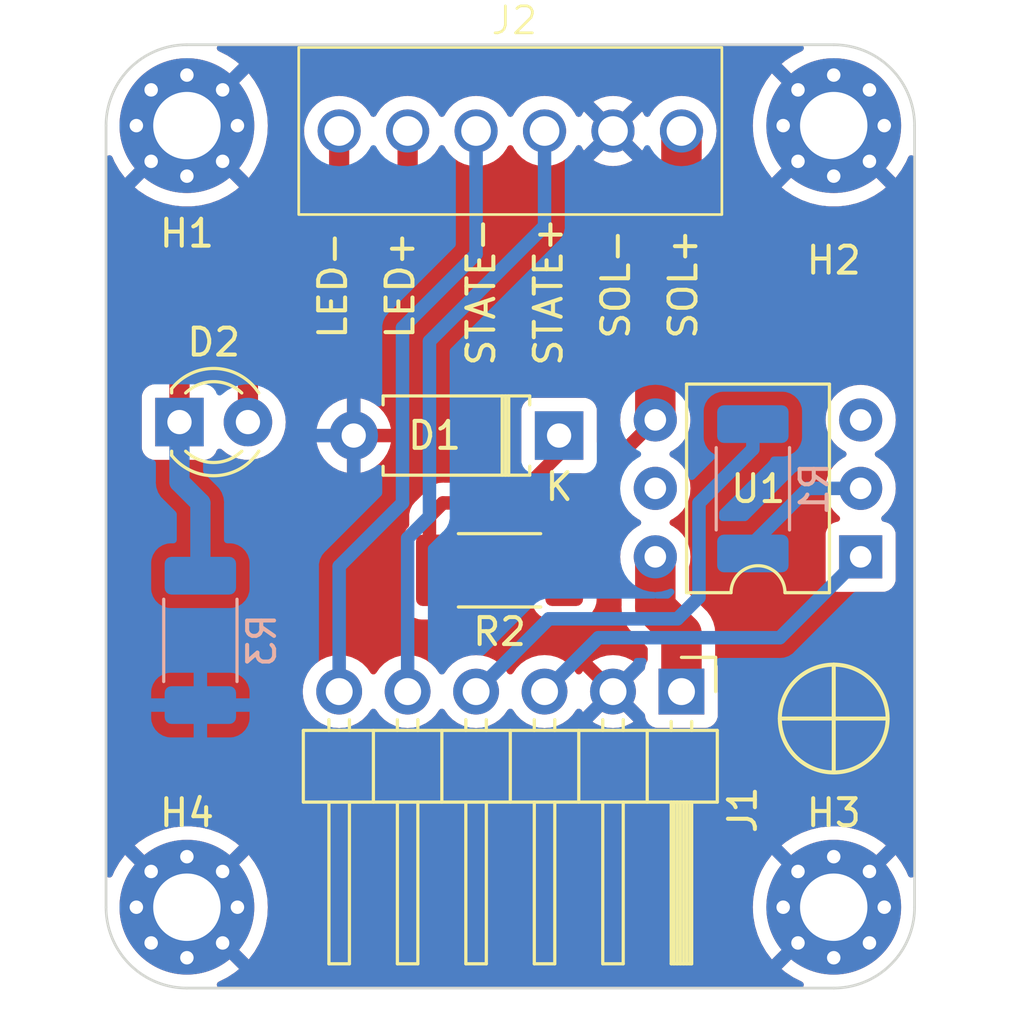
<source format=kicad_pcb>
(kicad_pcb (version 20221018) (generator pcbnew)
  (layers (0 "F.Cu" signal) (31 "B.Cu" signal) (34 "B.Paste" user) (35 "F.Paste" user) (36 "B.SilkS" user "B.Silkscreen") (37 "F.SilkS" user "F.Silkscreen") (38 "B.Mask" user) (39 "F.Mask" user) (44 "Edge.Cuts" user))
  (net 0 "")
  (net 1 "Net-(D1-K)")
  (net 2 "statusLED-")
  (net 3 "statusLED+")
  (net 4 "24VDC_HOT")
  (net 5 "24VDC_GND")
  (net 6 "solenoidSignal")
  (net 7 "solenoidStateReturn")
  (net 8 "solenoidState_BUS")
  (net 9 "solenoid+")
  (net 10 "Net-(R1-Pad1)")
  (net 11 "arduino_GND")
  (footprint "customFootprints:phoenixContact_MPT_05_254-6way" (layer "F.Cu") (at 7.15 0.1)
    (fp_text reference "J2" (at 8 -1 unlocked) (layer "F.SilkS") (effects (font (thickness 0.1))))
    (fp_text value "Conn_01x06")
    (fp_rect (start 0 0) (end 15.7 6.2) (stroke (width 0.1)) (fill none) (layer "F.SilkS"))
    (pad "1" thru_hole circle (at 1.5 3.1) (size 1.6 1.6) (drill 1.1) (layers "*.Cu" "*.Mask") (net 2 "statusLED-"))
    (pad "2" thru_hole circle (at 4.04 3.1) (size 1.6 1.6) (drill 1.1) (layers "*.Cu" "*.Mask") (net 3 "statusLED+"))
    (pad "3" thru_hole circle (at 6.58 3.1) (size 1.6 1.6) (drill 1.1) (layers "*.Cu" "*.Mask") (net 7 "solenoidStateReturn"))
    (pad "4" thru_hole circle (at 9.12 3.1) (size 1.6 1.6) (drill 1.1) (layers "*.Cu" "*.Mask") (net 8 "solenoidState_BUS"))
    (pad "5" thru_hole circle (at 11.66 3.1) (size 1.6 1.6) (drill 1.1) (layers "*.Cu" "*.Mask") (net 5 "24VDC_GND"))
    (pad "6" thru_hole circle (at 14.2 3.1) (size 1.6 1.6) (drill 1.1) (layers "*.Cu" "*.Mask") (net 9 "solenoid+"))
  )
  (footprint "Connector_PinHeader_2.54mm:PinHeader_1x06_P2.54mm_Horizontal" (layer "F.Cu") (at 21.35 24 -90)
    (fp_text reference "J1" (at 4.385 -2.27 90) (layer "F.SilkS"))
    (fp_text value "Conn_01x06")
    (fp_line (start -1.27 -1.27) (end 0 -1.27) (stroke (width 0.12)) (layer "F.SilkS"))
    (fp_line (start -1.27 0) (end -1.27 -1.27) (stroke (width 0.12)) (layer "F.SilkS"))
    (fp_line (start 1.042929 2.16) (end 1.44 2.16) (stroke (width 0.12)) (layer "F.SilkS"))
    (fp_line (start 1.042929 2.92) (end 1.44 2.92) (stroke (width 0.12)) (layer "F.SilkS"))
    (fp_line (start 1.042929 4.7) (end 1.44 4.7) (stroke (width 0.12)) (layer "F.SilkS"))
    (fp_line (start 1.042929 5.46) (end 1.44 5.46) (stroke (width 0.12)) (layer "F.SilkS"))
    (fp_line (start 1.042929 7.24) (end 1.44 7.24) (stroke (width 0.12)) (layer "F.SilkS"))
    (fp_line (start 1.042929 8) (end 1.44 8) (stroke (width 0.12)) (layer "F.SilkS"))
    (fp_line (start 1.042929 9.78) (end 1.44 9.78) (stroke (width 0.12)) (layer "F.SilkS"))
    (fp_line (start 1.042929 10.54) (end 1.44 10.54) (stroke (width 0.12)) (layer "F.SilkS"))
    (fp_line (start 1.042929 12.32) (end 1.44 12.32) (stroke (width 0.12)) (layer "F.SilkS"))
    (fp_line (start 1.042929 13.08) (end 1.44 13.08) (stroke (width 0.12)) (layer "F.SilkS"))
    (fp_line (start 1.11 -0.38) (end 1.44 -0.38) (stroke (width 0.12)) (layer "F.SilkS"))
    (fp_line (start 1.11 0.38) (end 1.44 0.38) (stroke (width 0.12)) (layer "F.SilkS"))
    (fp_line (start 1.44 -1.33) (end 1.44 14.03) (stroke (width 0.12)) (layer "F.SilkS"))
    (fp_line (start 1.44 1.27) (end 4.1 1.27) (stroke (width 0.12)) (layer "F.SilkS"))
    (fp_line (start 1.44 3.81) (end 4.1 3.81) (stroke (width 0.12)) (layer "F.SilkS"))
    (fp_line (start 1.44 6.35) (end 4.1 6.35) (stroke (width 0.12)) (layer "F.SilkS"))
    (fp_line (start 1.44 8.89) (end 4.1 8.89) (stroke (width 0.12)) (layer "F.SilkS"))
    (fp_line (start 1.44 11.43) (end 4.1 11.43) (stroke (width 0.12)) (layer "F.SilkS"))
    (fp_line (start 1.44 14.03) (end 4.1 14.03) (stroke (width 0.12)) (layer "F.SilkS"))
    (fp_line (start 4.1 -1.33) (end 1.44 -1.33) (stroke (width 0.12)) (layer "F.SilkS"))
    (fp_line (start 4.1 -0.38) (end 10.1 -0.38) (stroke (width 0.12)) (layer "F.SilkS"))
    (fp_line (start 4.1 -0.32) (end 10.1 -0.32) (stroke (width 0.12)) (layer "F.SilkS"))
    (fp_line (start 4.1 -0.2) (end 10.1 -0.2) (stroke (width 0.12)) (layer "F.SilkS"))
    (fp_line (start 4.1 -0.08) (end 10.1 -0.08) (stroke (width 0.12)) (layer "F.SilkS"))
    (fp_line (start 4.1 0.04) (end 10.1 0.04) (stroke (width 0.12)) (layer "F.SilkS"))
    (fp_line (start 4.1 0.16) (end 10.1 0.16) (stroke (width 0.12)) (layer "F.SilkS"))
    (fp_line (start 4.1 0.28) (end 10.1 0.28) (stroke (width 0.12)) (layer "F.SilkS"))
    (fp_line (start 4.1 2.16) (end 10.1 2.16) (stroke (width 0.12)) (layer "F.SilkS"))
    (fp_line (start 4.1 4.7) (end 10.1 4.7) (stroke (width 0.12)) (layer "F.SilkS"))
    (fp_line (start 4.1 7.24) (end 10.1 7.24) (stroke (width 0.12)) (layer "F.SilkS"))
    (fp_line (start 4.1 9.78) (end 10.1 9.78) (stroke (width 0.12)) (layer "F.SilkS"))
    (fp_line (start 4.1 12.32) (end 10.1 12.32) (stroke (width 0.12)) (layer "F.SilkS"))
    (fp_line (start 4.1 14.03) (end 4.1 -1.33) (stroke (width 0.12)) (layer "F.SilkS"))
    (fp_line (start 10.1 -0.38) (end 10.1 0.38) (stroke (width 0.12)) (layer "F.SilkS"))
    (fp_line (start 10.1 0.38) (end 4.1 0.38) (stroke (width 0.12)) (layer "F.SilkS"))
    (fp_line (start 10.1 2.16) (end 10.1 2.92) (stroke (width 0.12)) (layer "F.SilkS"))
    (fp_line (start 10.1 2.92) (end 4.1 2.92) (stroke (width 0.12)) (layer "F.SilkS"))
    (fp_line (start 10.1 4.7) (end 10.1 5.46) (stroke (width 0.12)) (layer "F.SilkS"))
    (fp_line (start 10.1 5.46) (end 4.1 5.46) (stroke (width 0.12)) (layer "F.SilkS"))
    (fp_line (start 10.1 7.24) (end 10.1 8) (stroke (width 0.12)) (layer "F.SilkS"))
    (fp_line (start 10.1 8) (end 4.1 8) (stroke (width 0.12)) (layer "F.SilkS"))
    (fp_line (start 10.1 9.78) (end 10.1 10.54) (stroke (width 0.12)) (layer "F.SilkS"))
    (fp_line (start 10.1 10.54) (end 4.1 10.54) (stroke (width 0.12)) (layer "F.SilkS"))
    (fp_line (start 10.1 12.32) (end 10.1 13.08) (stroke (width 0.12)) (layer "F.SilkS"))
    (fp_line (start 10.1 13.08) (end 4.1 13.08) (stroke (width 0.12)) (layer "F.SilkS"))
    (pad "1" thru_hole rect (at 0 0 270) (size 1.7 1.7) (drill 1) (layers "*.Cu" "*.Mask") (net 4 "24VDC_HOT"))
    (pad "2" thru_hole oval (at 0 2.54 270) (size 1.7 1.7) (drill 1) (layers "*.Cu" "*.Mask") (net 5 "24VDC_GND"))
    (pad "3" thru_hole oval (at 0 5.08 270) (size 1.7 1.7) (drill 1) (layers "*.Cu" "*.Mask") (net 6 "solenoidSignal"))
    (pad "4" thru_hole oval (at 0 7.62 270) (size 1.7 1.7) (drill 1) (layers "*.Cu" "*.Mask") (net 11 "arduino_GND"))
    (pad "5" thru_hole oval (at 0 10.16 270) (size 1.7 1.7) (drill 1) (layers "*.Cu" "*.Mask") (net 8 "solenoidState_BUS"))
    (pad "6" thru_hole oval (at 0 12.7 270) (size 1.7 1.7) (drill 1) (layers "*.Cu" "*.Mask") (net 7 "solenoidStateReturn"))
  )
  (footprint "Package_DIP:DIP-6_W7.62mm" (layer "F.Cu") (at 28 19 180)
    (fp_text reference "U1" (at 3.8 2.525) (layer "F.SilkS"))
    (fp_text value "~")
    (fp_line (start 1.16 -1.33) (end 1.16 6.41) (stroke (width 0.12)) (layer "F.SilkS"))
    (fp_line (start 1.16 6.41) (end 6.46 6.41) (stroke (width 0.12)) (layer "F.SilkS"))
    (fp_line (start 2.81 -1.33) (end 1.16 -1.33) (stroke (width 0.12)) (layer "F.SilkS"))
    (fp_line (start 6.46 -1.33) (end 4.81 -1.33) (stroke (width 0.12)) (layer "F.SilkS"))
    (fp_line (start 6.46 6.41) (end 6.46 -1.33) (stroke (width 0.12)) (layer "F.SilkS"))
    (fp_arc (start 4.81 -1.33) (mid 3.81 -0.33) (end 2.81 -1.33) (stroke (width 0.12)) (layer "F.SilkS"))
    (pad "1" thru_hole rect (at 0 0 180) (size 1.6 1.6) (drill 0.8) (layers "*.Cu" "*.Mask") (net 6 "solenoidSignal"))
    (pad "2" thru_hole oval (at 0 2.54 180) (size 1.6 1.6) (drill 0.8) (layers "*.Cu" "*.Mask") (net 10 "Net-(R1-Pad1)"))
    (pad "3" thru_hole oval (at 0 5.08 180) (size 1.6 1.6) (drill 0.8) (layers "*.Cu" "*.Mask"))
    (pad "4" thru_hole oval (at 7.62 5.08 180) (size 1.6 1.6) (drill 0.8) (layers "*.Cu" "*.Mask") (net 9 "solenoid+"))
    (pad "5" thru_hole oval (at 7.62 2.54 180) (size 1.6 1.6) (drill 0.8) (layers "*.Cu" "*.Mask"))
    (pad "6" thru_hole oval (at 7.62 0 180) (size 1.6 1.6) (drill 0.8) (layers "*.Cu" "*.Mask") (net 4 "24VDC_HOT"))
  )
  (footprint "MountingHole:MountingHole_2.5mm_Pad_Via" (layer "F.Cu") (at 27 32)
    (fp_text reference "H3" (at 0 -3.5) (layer "F.SilkS"))
    (fp_text value "MountingHole_Pad")
    (pad "1" thru_hole circle (at -1.875 0) (size 0.8 0.8) (drill 0.5) (layers "*.Cu" "*.Mask") (net 5 "24VDC_GND"))
    (pad "1" thru_hole circle (at -1.325825 -1.325825) (size 0.8 0.8) (drill 0.5) (layers "*.Cu" "*.Mask") (net 5 "24VDC_GND"))
    (pad "1" thru_hole circle (at -1.325825 1.325825) (size 0.8 0.8) (drill 0.5) (layers "*.Cu" "*.Mask") (net 5 "24VDC_GND"))
    (pad "1" thru_hole circle (at 0 -1.875) (size 0.8 0.8) (drill 0.5) (layers "*.Cu" "*.Mask") (net 5 "24VDC_GND"))
    (pad "1" thru_hole circle (at 0 0) (size 5 5) (drill 2.5) (layers "*.Cu" "*.Mask") (net 5 "24VDC_GND"))
    (pad "1" thru_hole circle (at 0 1.875) (size 0.8 0.8) (drill 0.5) (layers "*.Cu" "*.Mask") (net 5 "24VDC_GND"))
    (pad "1" thru_hole circle (at 1.325825 -1.325825) (size 0.8 0.8) (drill 0.5) (layers "*.Cu" "*.Mask") (net 5 "24VDC_GND"))
    (pad "1" thru_hole circle (at 1.325825 1.325825) (size 0.8 0.8) (drill 0.5) (layers "*.Cu" "*.Mask") (net 5 "24VDC_GND"))
    (pad "1" thru_hole circle (at 1.875 0) (size 0.8 0.8) (drill 0.5) (layers "*.Cu" "*.Mask") (net 5 "24VDC_GND"))
  )
  (footprint "MountingHole:MountingHole_2.5mm_Pad_Via" (layer "F.Cu") (at 3 3)
    (fp_text reference "H1" (at 0 4) (layer "F.SilkS"))
    (fp_text value "MountingHole_Pad")
    (pad "1" thru_hole circle (at -1.875 0) (size 0.8 0.8) (drill 0.5) (layers "*.Cu" "*.Mask") (net 5 "24VDC_GND"))
    (pad "1" thru_hole circle (at -1.325825 -1.325825) (size 0.8 0.8) (drill 0.5) (layers "*.Cu" "*.Mask") (net 5 "24VDC_GND"))
    (pad "1" thru_hole circle (at -1.325825 1.325825) (size 0.8 0.8) (drill 0.5) (layers "*.Cu" "*.Mask") (net 5 "24VDC_GND"))
    (pad "1" thru_hole circle (at 0 -1.875) (size 0.8 0.8) (drill 0.5) (layers "*.Cu" "*.Mask") (net 5 "24VDC_GND"))
    (pad "1" thru_hole circle (at 0 0) (size 5 5) (drill 2.5) (layers "*.Cu" "*.Mask") (net 5 "24VDC_GND"))
    (pad "1" thru_hole circle (at 0 1.875) (size 0.8 0.8) (drill 0.5) (layers "*.Cu" "*.Mask") (net 5 "24VDC_GND"))
    (pad "1" thru_hole circle (at 1.325825 -1.325825) (size 0.8 0.8) (drill 0.5) (layers "*.Cu" "*.Mask") (net 5 "24VDC_GND"))
    (pad "1" thru_hole circle (at 1.325825 1.325825) (size 0.8 0.8) (drill 0.5) (layers "*.Cu" "*.Mask") (net 5 "24VDC_GND"))
    (pad "1" thru_hole circle (at 1.875 0) (size 0.8 0.8) (drill 0.5) (layers "*.Cu" "*.Mask") (net 5 "24VDC_GND"))
  )
  (footprint "Resistor_SMD:R_2010_5025Metric_Pad1.40x2.65mm_HandSolder" (layer "F.Cu") (at 14.6 19.5 180)
    (fp_text reference "R2" (at 0 -2.28) (layer "F.SilkS"))
    (fp_text value "R")
    (fp_line (start -1.527064 -1.36) (end 1.527064 -1.36) (stroke (width 0.12)) (layer "F.SilkS"))
    (fp_line (start -1.527064 1.36) (end 1.527064 1.36) (stroke (width 0.12)) (layer "F.SilkS"))
    (pad "1" smd roundrect (at -2.4 0 180) (size 1.4 2.65) (layers "F.Cu" "F.Paste" "F.Mask") (roundrect_rratio 0.1785707143) (net 9 "solenoid+"))
    (pad "2" smd roundrect (at 2.4 0 180) (size 1.4 2.65) (layers "F.Cu" "F.Paste" "F.Mask") (roundrect_rratio 0.1785707143) (net 1 "Net-(D1-K)"))
  )
  (footprint "MountingHole:MountingHole_2.5mm_Pad_Via" (layer "F.Cu") (at 3 32)
    (fp_text reference "H4" (at 0 -3.5) (layer "F.SilkS"))
    (fp_text value "MountingHole_Pad")
    (pad "1" thru_hole circle (at -1.875 0) (size 0.8 0.8) (drill 0.5) (layers "*.Cu" "*.Mask") (net 5 "24VDC_GND"))
    (pad "1" thru_hole circle (at -1.325825 -1.325825) (size 0.8 0.8) (drill 0.5) (layers "*.Cu" "*.Mask") (net 5 "24VDC_GND"))
    (pad "1" thru_hole circle (at -1.325825 1.325825) (size 0.8 0.8) (drill 0.5) (layers "*.Cu" "*.Mask") (net 5 "24VDC_GND"))
    (pad "1" thru_hole circle (at 0 -1.875) (size 0.8 0.8) (drill 0.5) (layers "*.Cu" "*.Mask") (net 5 "24VDC_GND"))
    (pad "1" thru_hole circle (at 0 0) (size 5 5) (drill 2.5) (layers "*.Cu" "*.Mask") (net 5 "24VDC_GND"))
    (pad "1" thru_hole circle (at 0 1.875) (size 0.8 0.8) (drill 0.5) (layers "*.Cu" "*.Mask") (net 5 "24VDC_GND"))
    (pad "1" thru_hole circle (at 1.325825 -1.325825) (size 0.8 0.8) (drill 0.5) (layers "*.Cu" "*.Mask") (net 5 "24VDC_GND"))
    (pad "1" thru_hole circle (at 1.325825 1.325825) (size 0.8 0.8) (drill 0.5) (layers "*.Cu" "*.Mask") (net 5 "24VDC_GND"))
    (pad "1" thru_hole circle (at 1.875 0) (size 0.8 0.8) (drill 0.5) (layers "*.Cu" "*.Mask") (net 5 "24VDC_GND"))
  )
  (footprint "MountingHole:MountingHole_2.5mm_Pad_Via" (layer "F.Cu") (at 27 3)
    (fp_text reference "H2" (at 0 5) (layer "F.SilkS"))
    (fp_text value "MountingHole_Pad")
    (pad "1" thru_hole circle (at -1.875 0) (size 0.8 0.8) (drill 0.5) (layers "*.Cu" "*.Mask") (net 5 "24VDC_GND"))
    (pad "1" thru_hole circle (at -1.325825 -1.325825) (size 0.8 0.8) (drill 0.5) (layers "*.Cu" "*.Mask") (net 5 "24VDC_GND"))
    (pad "1" thru_hole circle (at -1.325825 1.325825) (size 0.8 0.8) (drill 0.5) (layers "*.Cu" "*.Mask") (net 5 "24VDC_GND"))
    (pad "1" thru_hole circle (at 0 -1.875) (size 0.8 0.8) (drill 0.5) (layers "*.Cu" "*.Mask") (net 5 "24VDC_GND"))
    (pad "1" thru_hole circle (at 0 0) (size 5 5) (drill 2.5) (layers "*.Cu" "*.Mask") (net 5 "24VDC_GND"))
    (pad "1" thru_hole circle (at 0 1.875) (size 0.8 0.8) (drill 0.5) (layers "*.Cu" "*.Mask") (net 5 "24VDC_GND"))
    (pad "1" thru_hole circle (at 1.325825 -1.325825) (size 0.8 0.8) (drill 0.5) (layers "*.Cu" "*.Mask") (net 5 "24VDC_GND"))
    (pad "1" thru_hole circle (at 1.325825 1.325825) (size 0.8 0.8) (drill 0.5) (layers "*.Cu" "*.Mask") (net 5 "24VDC_GND"))
    (pad "1" thru_hole circle (at 1.875 0) (size 0.8 0.8) (drill 0.5) (layers "*.Cu" "*.Mask") (net 5 "24VDC_GND"))
  )
  (footprint "LED_THT:LED_D3.0mm" (layer "F.Cu") (at 2.725 14)
    (fp_text reference "D2" (at 1.27 -2.96) (layer "F.SilkS"))
    (fp_text value "LED")
    (fp_line (start -0.29 -1.236) (end -0.29 -1.08) (stroke (width 0.12)) (layer "F.SilkS"))
    (fp_line (start -0.29 1.08) (end -0.29 1.236) (stroke (width 0.12)) (layer "F.SilkS"))
    (fp_arc (start -0.29 -1.235516) (mid 1.366487 -1.987659) (end 2.942335 -1.078608) (stroke (width 0.12)) (layer "F.SilkS"))
    (fp_arc (start 0.229039 -1.08) (mid 1.270117 -1.5) (end 2.31113 -1.079837) (stroke (width 0.12)) (layer "F.SilkS"))
    (fp_arc (start 2.31113 1.079837) (mid 1.270117 1.5) (end 0.229039 1.08) (stroke (width 0.12)) (layer "F.SilkS"))
    (fp_arc (start 2.942335 1.078608) (mid 1.366487 1.987659) (end -0.29 1.235516) (stroke (width 0.12)) (layer "F.SilkS"))
    (pad "1" thru_hole rect (at 0 0) (size 1.8 1.8) (drill 0.9) (layers "*.Cu" "*.Mask") (net 2 "statusLED-"))
    (pad "2" thru_hole circle (at 2.54 0) (size 1.8 1.8) (drill 0.9) (layers "*.Cu" "*.Mask") (net 3 "statusLED+"))
  )
  (footprint "Diode_THT:D_A-405_P7.62mm_Horizontal" (layer "F.Cu") (at 16.81 14.5 180)
    (fp_text reference "D1" (at 4.62 0) (layer "F.SilkS"))
    (fp_text value "D_Zener")
    (fp_text user "K" (at 0 -1.9) (layer "F.SilkS"))
    (fp_line (start 1.09 -1.47) (end 6.53 -1.47) (stroke (width 0.12)) (layer "F.SilkS"))
    (fp_line (start 1.09 -1.14) (end 1.09 -1.47) (stroke (width 0.12)) (layer "F.SilkS"))
    (fp_line (start 1.09 1.14) (end 1.09 1.47) (stroke (width 0.12)) (layer "F.SilkS"))
    (fp_line (start 1.09 1.47) (end 6.53 1.47) (stroke (width 0.12)) (layer "F.SilkS"))
    (fp_line (start 1.87 -1.47) (end 1.87 1.47) (stroke (width 0.12)) (layer "F.SilkS"))
    (fp_line (start 1.99 -1.47) (end 1.99 1.47) (stroke (width 0.12)) (layer "F.SilkS"))
    (fp_line (start 2.11 -1.47) (end 2.11 1.47) (stroke (width 0.12)) (layer "F.SilkS"))
    (fp_line (start 6.53 -1.47) (end 6.53 -1.14) (stroke (width 0.12)) (layer "F.SilkS"))
    (fp_line (start 6.53 1.47) (end 6.53 1.14) (stroke (width 0.12)) (layer "F.SilkS"))
    (pad "1" thru_hole rect (at 0 0 180) (size 1.8 1.8) (drill 0.9) (layers "*.Cu" "*.Mask") (net 1 "Net-(D1-K)"))
    (pad "2" thru_hole oval (at 7.62 0 180) (size 1.8 1.8) (drill 0.9) (layers "*.Cu" "*.Mask") (net 5 "24VDC_GND"))
  )
  (footprint "Resistor_SMD:R_2010_5025Metric_Pad1.40x2.65mm_HandSolder" (layer "B.Cu") (at 3.5 22.1 90)
    (fp_text reference "R3" (at 0 2.28 90) (layer "B.SilkS") (effects (justify mirror)))
    (fp_text value "R")
    (fp_line (start -1.527064 -1.36) (end 1.527064 -1.36) (stroke (width 0.12)) (layer "B.SilkS"))
    (fp_line (start -1.527064 1.36) (end 1.527064 1.36) (stroke (width 0.12)) (layer "B.SilkS"))
    (pad "1" smd roundrect (at -2.4 0 90) (size 1.4 2.65) (layers "B.Cu" "B.Paste" "B.Mask") (roundrect_rratio 0.1785707143) (net 5 "24VDC_GND"))
    (pad "2" smd roundrect (at 2.4 0 90) (size 1.4 2.65) (layers "B.Cu" "B.Paste" "B.Mask") (roundrect_rratio 0.1785707143) (net 2 "statusLED-"))
  )
  (footprint "Resistor_SMD:R_2010_5025Metric_Pad1.40x2.65mm_HandSolder" (layer "B.Cu") (at 24 16.475 90)
    (fp_text reference "R1" (at 0 2.28 90) (layer "B.SilkS") (effects (justify mirror)))
    (fp_text value "R")
    (fp_line (start -1.527064 -1.36) (end 1.527064 -1.36) (stroke (width 0.12)) (layer "B.SilkS"))
    (fp_line (start -1.527064 1.36) (end 1.527064 1.36) (stroke (width 0.12)) (layer "B.SilkS"))
    (pad "1" smd roundrect (at -2.4 0 90) (size 1.4 2.65) (layers "B.Cu" "B.Paste" "B.Mask") (roundrect_rratio 0.1785707143) (net 10 "Net-(R1-Pad1)"))
    (pad "2" smd roundrect (at 2.4 0 90) (size 1.4 2.65) (layers "B.Cu" "B.Paste" "B.Mask") (roundrect_rratio 0.1785707143) (net 11 "arduino_GND"))
  )
  (gr_line (start 25 25) (end 29 25) (stroke (width 0.15)) (layer "F.SilkS"))
  (gr_circle (center 27 25) (end 29 25) (stroke (width 0.15)) (fill none) (layer "F.SilkS"))
  (gr_line (start 27 23) (end 27 27) (stroke (width 0.15)) (layer "F.SilkS"))
  (gr_line (start 0 32) (end 0 3) (stroke (width 0.1)) (layer "Edge.Cuts"))
  (gr_arc (start 27 0) (mid 29.12132 0.87868) (end 30 3) (stroke (width 0.1)) (layer "Edge.Cuts"))
  (gr_line (start 3 0) (end 27 0) (stroke (width 0.1)) (layer "Edge.Cuts"))
  (gr_arc (start 0 3) (mid 0.87868 0.87868) (end 3 0) (stroke (width 0.1)) (layer "Edge.Cuts"))
  (gr_line (start 27 35) (end 3 35) (stroke (width 0.1)) (layer "Edge.Cuts"))
  (gr_arc (start 30 32) (mid 29.12132 34.12132) (end 27 35) (stroke (width 0.1)) (layer "Edge.Cuts"))
  (gr_line (start 30 3) (end 30 32) (stroke (width 0.1)) (layer "Edge.Cuts"))
  (gr_arc (start 3 35) (mid 0.87868 34.12132) (end 0 32) (stroke (width 0.1)) (layer "Edge.Cuts"))
  (gr_text "LED-" (at 9 11 90) (layer "F.SilkS") (effects (font (size 1 1)) (justify left bottom)))
  (gr_text "LED+" (at 11.5 11 90) (layer "F.SilkS") (effects (font (size 1 1)) (justify left bottom)))
  (gr_text "STATE-" (at 14.5 12 90) (layer "F.SilkS") (effects (font (size 1 1)) (justify left bottom)))
  (gr_text "SOL+" (at 22 11 90) (layer "F.SilkS") (effects (font (size 1 1)) (justify left bottom)))
  (gr_text "SOL-" (at 19.5 11 90) (layer "F.SilkS") (effects (font (size 1 1)) (justify left bottom)))
  (gr_text "STATE+" (at 17 12 90) (layer "F.SilkS") (effects (font (size 1 1)) (justify left bottom)))
  (segment (start 12.5 17) (end 12 17.5) (width 0.5) (layer "F.Cu") (net 1))
  (segment (start 15 17) (end 12.5 17) (width 0.5) (layer "F.Cu") (net 1))
  (segment (start 16.81 15.19) (end 15 17) (width 0.5) (layer "F.Cu") (net 1))
  (segment (start 12 19.3) (end 12.2 19.5) (width 0.5) (layer "F.Cu") (net 1))
  (segment (start 16.81 14.5) (end 16.81 15.19) (width 0.5) (layer "F.Cu") (net 1))
  (segment (start 12 17.5) (end 12 19.3) (width 0.5) (layer "F.Cu") (net 1))
  (segment (start 8.65 6.35) (end 8.65 3.2) (width 0.75) (layer "F.Cu") (net 2))
  (segment (start 2.725 12.275) (end 8.65 6.35) (width 0.75) (layer "F.Cu") (net 2))
  (segment (start 2.725 14) (end 2.725 12.275) (width 0.75) (layer "F.Cu") (net 2))
  (segment (start 2.725 16.225) (end 3.5 17) (width 0.75) (layer "B.Cu") (net 2))
  (segment (start 2.725 14) (end 2.725 16.225) (width 0.75) (layer "B.Cu") (net 2))
  (segment (start 3.5 17) (end 3.5 19.7) (width 0.75) (layer "B.Cu") (net 2))
  (segment (start 11.19 5.31) (end 11.19 3.2) (width 0.75) (layer "F.Cu") (net 3))
  (segment (start 5.265 14) (end 5.265 11.235) (width 0.75) (layer "F.Cu") (net 3))
  (segment (start 5.265 11.235) (end 11.19 5.31) (width 0.75) (layer "F.Cu") (net 3))
  (segment (start 20.38 20.88) (end 21.35 21.85) (width 1.5) (layer "F.Cu") (net 4))
  (segment (start 20.38 19) (end 20.38 20.88) (width 1.5) (layer "F.Cu") (net 4))
  (segment (start 21.35 21.85) (end 21.35 24) (width 1.5) (layer "F.Cu") (net 4))
  (segment (start 25 22) (end 28 19) (width 0.5) (layer "B.Cu") (net 6))
  (segment (start 16.27 24) (end 18.27 22) (width 0.5) (layer "B.Cu") (net 6))
  (segment (start 18.27 22) (end 25 22) (width 0.5) (layer "B.Cu") (net 6))
  (segment (start 8.65 24) (end 8.65 19.35) (width 0.5) (layer "B.Cu") (net 7))
  (segment (start 8.65 19.35) (end 11 17) (width 0.5) (layer "B.Cu") (net 7))
  (segment (start 11 10.5) (end 13.73 7.77) (width 0.5) (layer "B.Cu") (net 7))
  (segment (start 13.73 7.77) (end 13.73 3.2) (width 0.5) (layer "B.Cu") (net 7))
  (segment (start 11 17) (end 11 10.5) (width 0.5) (layer "B.Cu") (net 7))
  (segment (start 12 11) (end 16.27 6.73) (width 0.5) (layer "B.Cu") (net 8))
  (segment (start 16.27 6.73) (end 16.27 3.2) (width 0.5) (layer "B.Cu") (net 8))
  (segment (start 11.19 24) (end 11.19 18.31) (width 0.5) (layer "B.Cu") (net 8))
  (segment (start 12 17.5) (end 12 11) (width 0.5) (layer "B.Cu") (net 8))
  (segment (start 11.19 18.31) (end 12 17.5) (width 0.5) (layer "B.Cu") (net 8))
  (segment (start 17 19.5) (end 17 18) (width 0.5) (layer "F.Cu") (net 9))
  (segment (start 20.38 13.92) (end 20.38 10.62) (width 1.5) (layer "F.Cu") (net 9))
  (segment (start 18.5 15.8) (end 20.38 13.92) (width 0.5) (layer "F.Cu") (net 9))
  (segment (start 21.35 9.65) (end 21.35 3.2) (width 1.5) (layer "F.Cu") (net 9))
  (segment (start 17 18) (end 18.5 16.5) (width 0.5) (layer "F.Cu") (net 9))
  (segment (start 18.5 16.5) (end 18.5 15.8) (width 0.5) (layer "F.Cu") (net 9))
  (segment (start 20.38 10.62) (end 21.35 9.65) (width 1.5) (layer "F.Cu") (net 9))
  (segment (start 24 18.5) (end 26.04 16.46) (width 0.5) (layer "B.Cu") (net 10))
  (segment (start 24 18.875) (end 24 18.5) (width 0.5) (layer "B.Cu") (net 10))
  (segment (start 26.04 16.46) (end 28 16.46) (width 0.5) (layer "B.Cu") (net 10))
  (segment (start 24 15) (end 22 17) (width 0.5) (layer "B.Cu") (net 11))
  (segment (start 24 14.075) (end 24 15) (width 0.5) (layer "B.Cu") (net 11))
  (segment (start 22 17) (end 22 20.5) (width 0.5) (layer "B.Cu") (net 11))
  (segment (start 22 20.5) (end 21.2 21.3) (width 0.5) (layer "B.Cu") (net 11))
  (segment (start 16.43 21.3) (end 13.73 24) (width 0.5) (layer "B.Cu") (net 11))
  (segment (start 21.2 21.3) (end 16.43 21.3) (width 0.5) (layer "B.Cu") (net 11))
  (zone (net 5) (net_name "24VDC_GND") (layers "F&B.Cu") (connect_pads (clearance 0.5)) (min_thickness 0.25) (fill yes (thermal_gap 0.5) (thermal_bridge_width 0.5))
    (polygon (pts (xy 0 0) (xy 30 0) (xy 30 35) (xy 0 35)))
  )
)
</source>
